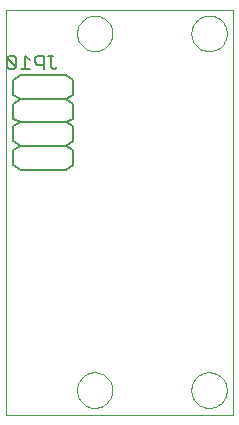
<source format=gbo>
G75*
%MOIN*%
%OFA0B0*%
%FSLAX24Y24*%
%IPPOS*%
%LPD*%
%AMOC8*
5,1,8,0,0,1.08239X$1,22.5*
%
%ADD10C,0.0000*%
%ADD11C,0.0060*%
%ADD12C,0.0050*%
D10*
X000147Y000177D02*
X000147Y013680D01*
X007730Y013680D01*
X007730Y000177D01*
X000147Y000177D01*
X002523Y001002D02*
X002525Y001050D01*
X002531Y001098D01*
X002541Y001145D01*
X002554Y001191D01*
X002572Y001236D01*
X002592Y001280D01*
X002617Y001322D01*
X002645Y001361D01*
X002675Y001398D01*
X002709Y001432D01*
X002746Y001464D01*
X002784Y001493D01*
X002825Y001518D01*
X002868Y001540D01*
X002913Y001558D01*
X002959Y001572D01*
X003006Y001583D01*
X003054Y001590D01*
X003102Y001593D01*
X003150Y001592D01*
X003198Y001587D01*
X003246Y001578D01*
X003292Y001566D01*
X003337Y001549D01*
X003381Y001529D01*
X003423Y001506D01*
X003463Y001479D01*
X003501Y001449D01*
X003536Y001416D01*
X003568Y001380D01*
X003598Y001342D01*
X003624Y001301D01*
X003646Y001258D01*
X003666Y001214D01*
X003681Y001169D01*
X003693Y001122D01*
X003701Y001074D01*
X003705Y001026D01*
X003705Y000978D01*
X003701Y000930D01*
X003693Y000882D01*
X003681Y000835D01*
X003666Y000790D01*
X003646Y000746D01*
X003624Y000703D01*
X003598Y000662D01*
X003568Y000624D01*
X003536Y000588D01*
X003501Y000555D01*
X003463Y000525D01*
X003423Y000498D01*
X003381Y000475D01*
X003337Y000455D01*
X003292Y000438D01*
X003246Y000426D01*
X003198Y000417D01*
X003150Y000412D01*
X003102Y000411D01*
X003054Y000414D01*
X003006Y000421D01*
X002959Y000432D01*
X002913Y000446D01*
X002868Y000464D01*
X002825Y000486D01*
X002784Y000511D01*
X002746Y000540D01*
X002709Y000572D01*
X002675Y000606D01*
X002645Y000643D01*
X002617Y000682D01*
X002592Y000724D01*
X002572Y000768D01*
X002554Y000813D01*
X002541Y000859D01*
X002531Y000906D01*
X002525Y000954D01*
X002523Y001002D01*
X006335Y001002D02*
X006337Y001050D01*
X006343Y001098D01*
X006353Y001145D01*
X006366Y001191D01*
X006384Y001236D01*
X006404Y001280D01*
X006429Y001322D01*
X006457Y001361D01*
X006487Y001398D01*
X006521Y001432D01*
X006558Y001464D01*
X006596Y001493D01*
X006637Y001518D01*
X006680Y001540D01*
X006725Y001558D01*
X006771Y001572D01*
X006818Y001583D01*
X006866Y001590D01*
X006914Y001593D01*
X006962Y001592D01*
X007010Y001587D01*
X007058Y001578D01*
X007104Y001566D01*
X007149Y001549D01*
X007193Y001529D01*
X007235Y001506D01*
X007275Y001479D01*
X007313Y001449D01*
X007348Y001416D01*
X007380Y001380D01*
X007410Y001342D01*
X007436Y001301D01*
X007458Y001258D01*
X007478Y001214D01*
X007493Y001169D01*
X007505Y001122D01*
X007513Y001074D01*
X007517Y001026D01*
X007517Y000978D01*
X007513Y000930D01*
X007505Y000882D01*
X007493Y000835D01*
X007478Y000790D01*
X007458Y000746D01*
X007436Y000703D01*
X007410Y000662D01*
X007380Y000624D01*
X007348Y000588D01*
X007313Y000555D01*
X007275Y000525D01*
X007235Y000498D01*
X007193Y000475D01*
X007149Y000455D01*
X007104Y000438D01*
X007058Y000426D01*
X007010Y000417D01*
X006962Y000412D01*
X006914Y000411D01*
X006866Y000414D01*
X006818Y000421D01*
X006771Y000432D01*
X006725Y000446D01*
X006680Y000464D01*
X006637Y000486D01*
X006596Y000511D01*
X006558Y000540D01*
X006521Y000572D01*
X006487Y000606D01*
X006457Y000643D01*
X006429Y000682D01*
X006404Y000724D01*
X006384Y000768D01*
X006366Y000813D01*
X006353Y000859D01*
X006343Y000906D01*
X006337Y000954D01*
X006335Y001002D01*
X006335Y012893D02*
X006337Y012941D01*
X006343Y012989D01*
X006353Y013036D01*
X006366Y013082D01*
X006384Y013127D01*
X006404Y013171D01*
X006429Y013213D01*
X006457Y013252D01*
X006487Y013289D01*
X006521Y013323D01*
X006558Y013355D01*
X006596Y013384D01*
X006637Y013409D01*
X006680Y013431D01*
X006725Y013449D01*
X006771Y013463D01*
X006818Y013474D01*
X006866Y013481D01*
X006914Y013484D01*
X006962Y013483D01*
X007010Y013478D01*
X007058Y013469D01*
X007104Y013457D01*
X007149Y013440D01*
X007193Y013420D01*
X007235Y013397D01*
X007275Y013370D01*
X007313Y013340D01*
X007348Y013307D01*
X007380Y013271D01*
X007410Y013233D01*
X007436Y013192D01*
X007458Y013149D01*
X007478Y013105D01*
X007493Y013060D01*
X007505Y013013D01*
X007513Y012965D01*
X007517Y012917D01*
X007517Y012869D01*
X007513Y012821D01*
X007505Y012773D01*
X007493Y012726D01*
X007478Y012681D01*
X007458Y012637D01*
X007436Y012594D01*
X007410Y012553D01*
X007380Y012515D01*
X007348Y012479D01*
X007313Y012446D01*
X007275Y012416D01*
X007235Y012389D01*
X007193Y012366D01*
X007149Y012346D01*
X007104Y012329D01*
X007058Y012317D01*
X007010Y012308D01*
X006962Y012303D01*
X006914Y012302D01*
X006866Y012305D01*
X006818Y012312D01*
X006771Y012323D01*
X006725Y012337D01*
X006680Y012355D01*
X006637Y012377D01*
X006596Y012402D01*
X006558Y012431D01*
X006521Y012463D01*
X006487Y012497D01*
X006457Y012534D01*
X006429Y012573D01*
X006404Y012615D01*
X006384Y012659D01*
X006366Y012704D01*
X006353Y012750D01*
X006343Y012797D01*
X006337Y012845D01*
X006335Y012893D01*
X002523Y012893D02*
X002525Y012941D01*
X002531Y012989D01*
X002541Y013036D01*
X002554Y013082D01*
X002572Y013127D01*
X002592Y013171D01*
X002617Y013213D01*
X002645Y013252D01*
X002675Y013289D01*
X002709Y013323D01*
X002746Y013355D01*
X002784Y013384D01*
X002825Y013409D01*
X002868Y013431D01*
X002913Y013449D01*
X002959Y013463D01*
X003006Y013474D01*
X003054Y013481D01*
X003102Y013484D01*
X003150Y013483D01*
X003198Y013478D01*
X003246Y013469D01*
X003292Y013457D01*
X003337Y013440D01*
X003381Y013420D01*
X003423Y013397D01*
X003463Y013370D01*
X003501Y013340D01*
X003536Y013307D01*
X003568Y013271D01*
X003598Y013233D01*
X003624Y013192D01*
X003646Y013149D01*
X003666Y013105D01*
X003681Y013060D01*
X003693Y013013D01*
X003701Y012965D01*
X003705Y012917D01*
X003705Y012869D01*
X003701Y012821D01*
X003693Y012773D01*
X003681Y012726D01*
X003666Y012681D01*
X003646Y012637D01*
X003624Y012594D01*
X003598Y012553D01*
X003568Y012515D01*
X003536Y012479D01*
X003501Y012446D01*
X003463Y012416D01*
X003423Y012389D01*
X003381Y012366D01*
X003337Y012346D01*
X003292Y012329D01*
X003246Y012317D01*
X003198Y012308D01*
X003150Y012303D01*
X003102Y012302D01*
X003054Y012305D01*
X003006Y012312D01*
X002959Y012323D01*
X002913Y012337D01*
X002868Y012355D01*
X002825Y012377D01*
X002784Y012402D01*
X002746Y012431D01*
X002709Y012463D01*
X002675Y012497D01*
X002645Y012534D01*
X002617Y012573D01*
X002592Y012615D01*
X002572Y012659D01*
X002554Y012704D01*
X002541Y012750D01*
X002531Y012797D01*
X002525Y012845D01*
X002523Y012893D01*
D11*
X002147Y011502D02*
X000647Y011502D01*
X000397Y011340D01*
X000397Y010840D01*
X000647Y010715D01*
X002147Y010715D01*
X002397Y010552D01*
X002397Y010052D01*
X002147Y009927D01*
X000647Y009927D01*
X000397Y009802D01*
X000397Y009302D01*
X000647Y009140D01*
X000397Y009015D01*
X000397Y008515D01*
X000647Y008352D01*
X002147Y008352D01*
X002397Y008515D01*
X002397Y009015D01*
X002147Y009140D01*
X000647Y009140D01*
X000647Y009927D02*
X000397Y010052D01*
X000397Y010552D01*
X000647Y010715D01*
X002147Y010715D02*
X002397Y010840D01*
X002397Y011340D01*
X002147Y011502D01*
X002147Y009927D02*
X002397Y009802D01*
X002397Y009302D01*
X002147Y009140D01*
D12*
X001797Y011702D02*
X001722Y011702D01*
X001647Y011777D01*
X001647Y012153D01*
X001722Y012153D02*
X001572Y012153D01*
X001412Y012153D02*
X001187Y012153D01*
X001112Y012078D01*
X001112Y011927D01*
X001187Y011852D01*
X001412Y011852D01*
X001412Y011702D02*
X001412Y012153D01*
X000951Y012003D02*
X000801Y012153D01*
X000801Y011702D01*
X000951Y011702D02*
X000651Y011702D01*
X000491Y011777D02*
X000191Y012078D01*
X000191Y011777D01*
X000266Y011702D01*
X000416Y011702D01*
X000491Y011777D01*
X000491Y012078D01*
X000416Y012153D01*
X000266Y012153D01*
X000191Y012078D01*
X001797Y011702D02*
X001872Y011777D01*
M02*

</source>
